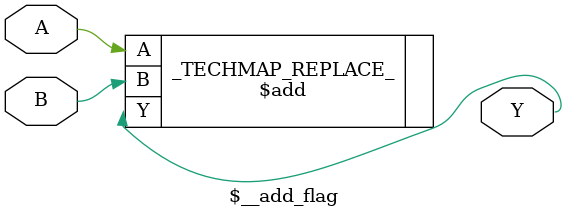
<source format=v>
module \$__add_flag (A, B, Y);
parameter A_SIGNED = 0;
parameter B_SIGNED = 0;
parameter A_WIDTH = 1;
parameter B_WIDTH = 1;
parameter Y_WIDTH = 1;
parameter PACK = 0;
input [A_WIDTH-1:0] A;
input [B_WIDTH-1:0] B;
output [Y_WIDTH-1:0] Y;
wire    [1023:0]    _TECHMAP_DO_    =    "proc;    clean";
reg    _TECHMAP_FAIL_;
initial    begin
_TECHMAP_FAIL_    <=    0;
end
\$add #(
   .A_SIGNED(A_SIGNED),
   .B_SIGNED(B_SIGNED),
   .A_WIDTH(A_WIDTH),
   .B_WIDTH(B_WIDTH),
   .Y_WIDTH(Y_WIDTH)

) _TECHMAP_REPLACE_ (
    .A(A),
    .B(B),
    .Y(Y)
);
endmodule

</source>
